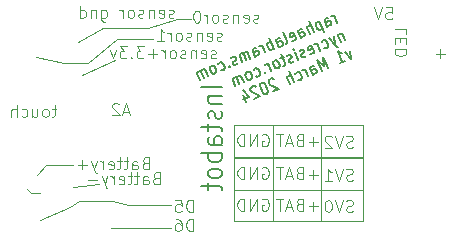
<source format=gbr>
%TF.GenerationSoftware,KiCad,Pcbnew,8.0.0*%
%TF.CreationDate,2024-03-06T11:50:55-05:00*%
%TF.ProjectId,sensobot,73656e73-6f62-46f7-942e-6b696361645f,rev?*%
%TF.SameCoordinates,Original*%
%TF.FileFunction,Legend,Bot*%
%TF.FilePolarity,Positive*%
%FSLAX46Y46*%
G04 Gerber Fmt 4.6, Leading zero omitted, Abs format (unit mm)*
G04 Created by KiCad (PCBNEW 8.0.0) date 2024-03-06 11:50:55*
%MOMM*%
%LPD*%
G01*
G04 APERTURE LIST*
%ADD10C,0.100000*%
%ADD11C,0.203200*%
%ADD12C,0.177800*%
G04 APERTURE END LIST*
D10*
X129975134Y-79067304D02*
X129498944Y-79067304D01*
X130070372Y-79353019D02*
X129737039Y-78353019D01*
X129737039Y-78353019D02*
X129403706Y-79353019D01*
X129117991Y-78448257D02*
X129070372Y-78400638D01*
X129070372Y-78400638D02*
X128975134Y-78353019D01*
X128975134Y-78353019D02*
X128737039Y-78353019D01*
X128737039Y-78353019D02*
X128641801Y-78400638D01*
X128641801Y-78400638D02*
X128594182Y-78448257D01*
X128594182Y-78448257D02*
X128546563Y-78543495D01*
X128546563Y-78543495D02*
X128546563Y-78638733D01*
X128546563Y-78638733D02*
X128594182Y-78781590D01*
X128594182Y-78781590D02*
X129165610Y-79353019D01*
X129165610Y-79353019D02*
X128546563Y-79353019D01*
D11*
X137851840Y-77005341D02*
X136073840Y-77005341D01*
X136666507Y-77731055D02*
X137851840Y-77731055D01*
X136835840Y-77731055D02*
X136751174Y-77803626D01*
X136751174Y-77803626D02*
X136666507Y-77948769D01*
X136666507Y-77948769D02*
X136666507Y-78166483D01*
X136666507Y-78166483D02*
X136751174Y-78311626D01*
X136751174Y-78311626D02*
X136920507Y-78384198D01*
X136920507Y-78384198D02*
X137851840Y-78384198D01*
X137767174Y-79037340D02*
X137851840Y-79182483D01*
X137851840Y-79182483D02*
X137851840Y-79472769D01*
X137851840Y-79472769D02*
X137767174Y-79617912D01*
X137767174Y-79617912D02*
X137597840Y-79690483D01*
X137597840Y-79690483D02*
X137513174Y-79690483D01*
X137513174Y-79690483D02*
X137343840Y-79617912D01*
X137343840Y-79617912D02*
X137259174Y-79472769D01*
X137259174Y-79472769D02*
X137259174Y-79255055D01*
X137259174Y-79255055D02*
X137174507Y-79109912D01*
X137174507Y-79109912D02*
X137005174Y-79037340D01*
X137005174Y-79037340D02*
X136920507Y-79037340D01*
X136920507Y-79037340D02*
X136751174Y-79109912D01*
X136751174Y-79109912D02*
X136666507Y-79255055D01*
X136666507Y-79255055D02*
X136666507Y-79472769D01*
X136666507Y-79472769D02*
X136751174Y-79617912D01*
X136666507Y-80125911D02*
X136666507Y-80706483D01*
X136073840Y-80343626D02*
X137597840Y-80343626D01*
X137597840Y-80343626D02*
X137767174Y-80416197D01*
X137767174Y-80416197D02*
X137851840Y-80561340D01*
X137851840Y-80561340D02*
X137851840Y-80706483D01*
X137851840Y-81867626D02*
X136920507Y-81867626D01*
X136920507Y-81867626D02*
X136751174Y-81795054D01*
X136751174Y-81795054D02*
X136666507Y-81649911D01*
X136666507Y-81649911D02*
X136666507Y-81359626D01*
X136666507Y-81359626D02*
X136751174Y-81214483D01*
X137767174Y-81867626D02*
X137851840Y-81722483D01*
X137851840Y-81722483D02*
X137851840Y-81359626D01*
X137851840Y-81359626D02*
X137767174Y-81214483D01*
X137767174Y-81214483D02*
X137597840Y-81141911D01*
X137597840Y-81141911D02*
X137428507Y-81141911D01*
X137428507Y-81141911D02*
X137259174Y-81214483D01*
X137259174Y-81214483D02*
X137174507Y-81359626D01*
X137174507Y-81359626D02*
X137174507Y-81722483D01*
X137174507Y-81722483D02*
X137089840Y-81867626D01*
X137851840Y-82593340D02*
X136073840Y-82593340D01*
X136751174Y-82593340D02*
X136666507Y-82738483D01*
X136666507Y-82738483D02*
X136666507Y-83028768D01*
X136666507Y-83028768D02*
X136751174Y-83173911D01*
X136751174Y-83173911D02*
X136835840Y-83246483D01*
X136835840Y-83246483D02*
X137005174Y-83319054D01*
X137005174Y-83319054D02*
X137513174Y-83319054D01*
X137513174Y-83319054D02*
X137682507Y-83246483D01*
X137682507Y-83246483D02*
X137767174Y-83173911D01*
X137767174Y-83173911D02*
X137851840Y-83028768D01*
X137851840Y-83028768D02*
X137851840Y-82738483D01*
X137851840Y-82738483D02*
X137767174Y-82593340D01*
X137851840Y-84189911D02*
X137767174Y-84044768D01*
X137767174Y-84044768D02*
X137682507Y-83972197D01*
X137682507Y-83972197D02*
X137513174Y-83899625D01*
X137513174Y-83899625D02*
X137005174Y-83899625D01*
X137005174Y-83899625D02*
X136835840Y-83972197D01*
X136835840Y-83972197D02*
X136751174Y-84044768D01*
X136751174Y-84044768D02*
X136666507Y-84189911D01*
X136666507Y-84189911D02*
X136666507Y-84407625D01*
X136666507Y-84407625D02*
X136751174Y-84552768D01*
X136751174Y-84552768D02*
X136835840Y-84625340D01*
X136835840Y-84625340D02*
X137005174Y-84697911D01*
X137005174Y-84697911D02*
X137513174Y-84697911D01*
X137513174Y-84697911D02*
X137682507Y-84625340D01*
X137682507Y-84625340D02*
X137767174Y-84552768D01*
X137767174Y-84552768D02*
X137851840Y-84407625D01*
X137851840Y-84407625D02*
X137851840Y-84189911D01*
X136666507Y-85133339D02*
X136666507Y-85713911D01*
X136073840Y-85351054D02*
X137597840Y-85351054D01*
X137597840Y-85351054D02*
X137767174Y-85423625D01*
X137767174Y-85423625D02*
X137851840Y-85568768D01*
X137851840Y-85568768D02*
X137851840Y-85713911D01*
D12*
X147598542Y-71532963D02*
X147339338Y-70907189D01*
X147413396Y-71085981D02*
X147337256Y-71012785D01*
X147337256Y-71012785D02*
X147279631Y-70984287D01*
X147279631Y-70984287D02*
X147182894Y-70971990D01*
X147182894Y-70971990D02*
X147104673Y-71004390D01*
X146738103Y-71889369D02*
X146534442Y-71397689D01*
X146534442Y-71397689D02*
X146536524Y-71292092D01*
X146536524Y-71292092D02*
X146596231Y-71214993D01*
X146596231Y-71214993D02*
X146752675Y-71150192D01*
X146752675Y-71150192D02*
X146849411Y-71162490D01*
X146719588Y-71844671D02*
X146816325Y-71856968D01*
X146816325Y-71856968D02*
X147011879Y-71775967D01*
X147011879Y-71775967D02*
X147071586Y-71698868D01*
X147071586Y-71698868D02*
X147073668Y-71593272D01*
X147073668Y-71593272D02*
X147036639Y-71503875D01*
X147036639Y-71503875D02*
X146960499Y-71430679D01*
X146960499Y-71430679D02*
X146863762Y-71418381D01*
X146863762Y-71418381D02*
X146668208Y-71499383D01*
X146668208Y-71499383D02*
X146571471Y-71487085D01*
X146087790Y-71425597D02*
X146476596Y-72364258D01*
X146106304Y-71470295D02*
X146009568Y-71457997D01*
X146009568Y-71457997D02*
X145853124Y-71522798D01*
X145853124Y-71522798D02*
X145793417Y-71599897D01*
X145793417Y-71599897D02*
X145772821Y-71660796D01*
X145772821Y-71660796D02*
X145770739Y-71766392D01*
X145770739Y-71766392D02*
X145881827Y-72034581D01*
X145881827Y-72034581D02*
X145957967Y-72107777D01*
X145957967Y-72107777D02*
X146015592Y-72136275D01*
X146015592Y-72136275D02*
X146112329Y-72148573D01*
X146112329Y-72148573D02*
X146268772Y-72083772D01*
X146268772Y-72083772D02*
X146328479Y-72006673D01*
X145603887Y-72359176D02*
X145215081Y-71420515D01*
X145251889Y-72504978D02*
X145048229Y-72013299D01*
X145048229Y-72013299D02*
X145050310Y-71907702D01*
X145050310Y-71907702D02*
X145110018Y-71830603D01*
X145110018Y-71830603D02*
X145227350Y-71782003D01*
X145227350Y-71782003D02*
X145324087Y-71794300D01*
X145324087Y-71794300D02*
X145381712Y-71822798D01*
X144508782Y-72812783D02*
X144305122Y-72321104D01*
X144305122Y-72321104D02*
X144307204Y-72215507D01*
X144307204Y-72215507D02*
X144366911Y-72138408D01*
X144366911Y-72138408D02*
X144523354Y-72073607D01*
X144523354Y-72073607D02*
X144620091Y-72085905D01*
X144490268Y-72768085D02*
X144587004Y-72780383D01*
X144587004Y-72780383D02*
X144782559Y-72699382D01*
X144782559Y-72699382D02*
X144842266Y-72622283D01*
X144842266Y-72622283D02*
X144844348Y-72516686D01*
X144844348Y-72516686D02*
X144807318Y-72427290D01*
X144807318Y-72427290D02*
X144731178Y-72354094D01*
X144731178Y-72354094D02*
X144634442Y-72341796D01*
X144634442Y-72341796D02*
X144438887Y-72422798D01*
X144438887Y-72422798D02*
X144342151Y-72410500D01*
X143786272Y-73059690D02*
X143883008Y-73071988D01*
X143883008Y-73071988D02*
X144039452Y-73007186D01*
X144039452Y-73007186D02*
X144099159Y-72930088D01*
X144099159Y-72930088D02*
X144101241Y-72824491D01*
X144101241Y-72824491D02*
X143953124Y-72466906D01*
X143953124Y-72466906D02*
X143876984Y-72393710D01*
X143876984Y-72393710D02*
X143780248Y-72381412D01*
X143780248Y-72381412D02*
X143623804Y-72446213D01*
X143623804Y-72446213D02*
X143564097Y-72523312D01*
X143564097Y-72523312D02*
X143562015Y-72628908D01*
X143562015Y-72628908D02*
X143599044Y-72718305D01*
X143599044Y-72718305D02*
X144027182Y-72645698D01*
X143296345Y-73314992D02*
X143356052Y-73237893D01*
X143356052Y-73237893D02*
X143358134Y-73132296D01*
X143358134Y-73132296D02*
X143024871Y-72327729D01*
X142631459Y-73590396D02*
X142427799Y-73098716D01*
X142427799Y-73098716D02*
X142429880Y-72993120D01*
X142429880Y-72993120D02*
X142489588Y-72916021D01*
X142489588Y-72916021D02*
X142646031Y-72851220D01*
X142646031Y-72851220D02*
X142742768Y-72863518D01*
X142612945Y-73545698D02*
X142709681Y-73557996D01*
X142709681Y-73557996D02*
X142905235Y-73476994D01*
X142905235Y-73476994D02*
X142964943Y-73399896D01*
X142964943Y-73399896D02*
X142967024Y-73294299D01*
X142967024Y-73294299D02*
X142929995Y-73204903D01*
X142929995Y-73204903D02*
X142853855Y-73131707D01*
X142853855Y-73131707D02*
X142757119Y-73119409D01*
X142757119Y-73119409D02*
X142561564Y-73200410D01*
X142561564Y-73200410D02*
X142464828Y-73188113D01*
X142240350Y-73752399D02*
X141851544Y-72813737D01*
X141999661Y-73171322D02*
X141902924Y-73159025D01*
X141902924Y-73159025D02*
X141746481Y-73223826D01*
X141746481Y-73223826D02*
X141686774Y-73300925D01*
X141686774Y-73300925D02*
X141666177Y-73361823D01*
X141666177Y-73361823D02*
X141664096Y-73467420D01*
X141664096Y-73467420D02*
X141775183Y-73735609D01*
X141775183Y-73735609D02*
X141851323Y-73808805D01*
X141851323Y-73808805D02*
X141908949Y-73837303D01*
X141908949Y-73837303D02*
X142005685Y-73849600D01*
X142005685Y-73849600D02*
X142162129Y-73784799D01*
X142162129Y-73784799D02*
X142221836Y-73707701D01*
X141497244Y-74060204D02*
X141238039Y-73434429D01*
X141312098Y-73613222D02*
X141235958Y-73540026D01*
X141235958Y-73540026D02*
X141178332Y-73511528D01*
X141178332Y-73511528D02*
X141081596Y-73499230D01*
X141081596Y-73499230D02*
X141003374Y-73531631D01*
X140636804Y-74416609D02*
X140433144Y-73924929D01*
X140433144Y-73924929D02*
X140435225Y-73819333D01*
X140435225Y-73819333D02*
X140494933Y-73742234D01*
X140494933Y-73742234D02*
X140651376Y-73677433D01*
X140651376Y-73677433D02*
X140748113Y-73689731D01*
X140618290Y-74371911D02*
X140715026Y-74384209D01*
X140715026Y-74384209D02*
X140910580Y-74303207D01*
X140910580Y-74303207D02*
X140970288Y-74226109D01*
X140970288Y-74226109D02*
X140972369Y-74120512D01*
X140972369Y-74120512D02*
X140935340Y-74031116D01*
X140935340Y-74031116D02*
X140859200Y-73957920D01*
X140859200Y-73957920D02*
X140762464Y-73945622D01*
X140762464Y-73945622D02*
X140566909Y-74026623D01*
X140566909Y-74026623D02*
X140470173Y-74014326D01*
X140245695Y-74578612D02*
X139986491Y-73952837D01*
X140023520Y-74042234D02*
X139965895Y-74013736D01*
X139965895Y-74013736D02*
X139869159Y-74001438D01*
X139869159Y-74001438D02*
X139751826Y-74050039D01*
X139751826Y-74050039D02*
X139692119Y-74127138D01*
X139692119Y-74127138D02*
X139690037Y-74232734D01*
X139690037Y-74232734D02*
X139893697Y-74724414D01*
X139690037Y-74232734D02*
X139613897Y-74159538D01*
X139613897Y-74159538D02*
X139517160Y-74147241D01*
X139517160Y-74147241D02*
X139399828Y-74195841D01*
X139399828Y-74195841D02*
X139340121Y-74272940D01*
X139340121Y-74272940D02*
X139338039Y-74378537D01*
X139338039Y-74378537D02*
X139541699Y-74870217D01*
X139171187Y-74971321D02*
X139111480Y-75048419D01*
X139111480Y-75048419D02*
X138955036Y-75113220D01*
X138955036Y-75113220D02*
X138858300Y-75100923D01*
X138858300Y-75100923D02*
X138782160Y-75027727D01*
X138782160Y-75027727D02*
X138763645Y-74983029D01*
X138763645Y-74983029D02*
X138765727Y-74877432D01*
X138765727Y-74877432D02*
X138825434Y-74800333D01*
X138825434Y-74800333D02*
X138942767Y-74751732D01*
X138942767Y-74751732D02*
X139002474Y-74674634D01*
X139002474Y-74674634D02*
X139004556Y-74569037D01*
X139004556Y-74569037D02*
X138986041Y-74524339D01*
X138986041Y-74524339D02*
X138909901Y-74451143D01*
X138909901Y-74451143D02*
X138813165Y-74438845D01*
X138813165Y-74438845D02*
X138695832Y-74487446D01*
X138695832Y-74487446D02*
X138636125Y-74564545D01*
X138448676Y-75218227D02*
X138428079Y-75279126D01*
X138428079Y-75279126D02*
X138485705Y-75307624D01*
X138485705Y-75307624D02*
X138506301Y-75246725D01*
X138506301Y-75246725D02*
X138448676Y-75218227D01*
X138448676Y-75218227D02*
X138485705Y-75307624D01*
X137724084Y-75570731D02*
X137820820Y-75583028D01*
X137820820Y-75583028D02*
X137977264Y-75518227D01*
X137977264Y-75518227D02*
X138036971Y-75441128D01*
X138036971Y-75441128D02*
X138057567Y-75380230D01*
X138057567Y-75380230D02*
X138059649Y-75274633D01*
X138059649Y-75274633D02*
X137948561Y-75006444D01*
X137948561Y-75006444D02*
X137872421Y-74933248D01*
X137872421Y-74933248D02*
X137814796Y-74904750D01*
X137814796Y-74904750D02*
X137718059Y-74892453D01*
X137718059Y-74892453D02*
X137561616Y-74957254D01*
X137561616Y-74957254D02*
X137501909Y-75034352D01*
X137273267Y-75809832D02*
X137332975Y-75732733D01*
X137332975Y-75732733D02*
X137353571Y-75671835D01*
X137353571Y-75671835D02*
X137355653Y-75566238D01*
X137355653Y-75566238D02*
X137244565Y-75298049D01*
X137244565Y-75298049D02*
X137168425Y-75224853D01*
X137168425Y-75224853D02*
X137110800Y-75196355D01*
X137110800Y-75196355D02*
X137014063Y-75184057D01*
X137014063Y-75184057D02*
X136896730Y-75232658D01*
X136896730Y-75232658D02*
X136837023Y-75309757D01*
X136837023Y-75309757D02*
X136816427Y-75370655D01*
X136816427Y-75370655D02*
X136814345Y-75476252D01*
X136814345Y-75476252D02*
X136925433Y-75744441D01*
X136925433Y-75744441D02*
X137001573Y-75817637D01*
X137001573Y-75817637D02*
X137059198Y-75846135D01*
X137059198Y-75846135D02*
X137155935Y-75858433D01*
X137155935Y-75858433D02*
X137273267Y-75809832D01*
X136647493Y-76069036D02*
X136388289Y-75443262D01*
X136425318Y-75532658D02*
X136367693Y-75504160D01*
X136367693Y-75504160D02*
X136270956Y-75491862D01*
X136270956Y-75491862D02*
X136153624Y-75540463D01*
X136153624Y-75540463D02*
X136093916Y-75617562D01*
X136093916Y-75617562D02*
X136091835Y-75723158D01*
X136091835Y-75723158D02*
X136295495Y-76214838D01*
X136091835Y-75723158D02*
X136015695Y-75649962D01*
X136015695Y-75649962D02*
X135918958Y-75637665D01*
X135918958Y-75637665D02*
X135801626Y-75686266D01*
X135801626Y-75686266D02*
X135741918Y-75763364D01*
X135741918Y-75763364D02*
X135739837Y-75868961D01*
X135739837Y-75868961D02*
X135943497Y-76360641D01*
X147965294Y-72418382D02*
X148224498Y-73044156D01*
X148002323Y-72507778D02*
X147944698Y-72479280D01*
X147944698Y-72479280D02*
X147847961Y-72466982D01*
X147847961Y-72466982D02*
X147730629Y-72515583D01*
X147730629Y-72515583D02*
X147670921Y-72592682D01*
X147670921Y-72592682D02*
X147668840Y-72698278D01*
X147668840Y-72698278D02*
X147872500Y-73189958D01*
X147300409Y-72693786D02*
X147364059Y-73400562D01*
X146909300Y-72855789D02*
X147364059Y-73400562D01*
X147364059Y-73400562D02*
X147534854Y-73591652D01*
X147534854Y-73591652D02*
X147592479Y-73620150D01*
X147592479Y-73620150D02*
X147689215Y-73632448D01*
X146485105Y-73712269D02*
X146581841Y-73724567D01*
X146581841Y-73724567D02*
X146738285Y-73659766D01*
X146738285Y-73659766D02*
X146797992Y-73582667D01*
X146797992Y-73582667D02*
X146818588Y-73521769D01*
X146818588Y-73521769D02*
X146820670Y-73416172D01*
X146820670Y-73416172D02*
X146709582Y-73147983D01*
X146709582Y-73147983D02*
X146633442Y-73074787D01*
X146633442Y-73074787D02*
X146575817Y-73046289D01*
X146575817Y-73046289D02*
X146479080Y-73033991D01*
X146479080Y-73033991D02*
X146322637Y-73098792D01*
X146322637Y-73098792D02*
X146262930Y-73175891D01*
X146151621Y-73902770D02*
X145892417Y-73276995D01*
X145966475Y-73455788D02*
X145890335Y-73382592D01*
X145890335Y-73382592D02*
X145832710Y-73354094D01*
X145832710Y-73354094D02*
X145735973Y-73341796D01*
X145735973Y-73341796D02*
X145657752Y-73374197D01*
X145311778Y-74198277D02*
X145408514Y-74210575D01*
X145408514Y-74210575D02*
X145564958Y-74145774D01*
X145564958Y-74145774D02*
X145624665Y-74068675D01*
X145624665Y-74068675D02*
X145626747Y-73963078D01*
X145626747Y-73963078D02*
X145478630Y-73605493D01*
X145478630Y-73605493D02*
X145402490Y-73532297D01*
X145402490Y-73532297D02*
X145305754Y-73519999D01*
X145305754Y-73519999D02*
X145149310Y-73584800D01*
X145149310Y-73584800D02*
X145089603Y-73661899D01*
X145089603Y-73661899D02*
X145087521Y-73767496D01*
X145087521Y-73767496D02*
X145124550Y-73856892D01*
X145124550Y-73856892D02*
X145552689Y-73784286D01*
X144959780Y-74344079D02*
X144900073Y-74421178D01*
X144900073Y-74421178D02*
X144743629Y-74485979D01*
X144743629Y-74485979D02*
X144646893Y-74473682D01*
X144646893Y-74473682D02*
X144570753Y-74400485D01*
X144570753Y-74400485D02*
X144552238Y-74355787D01*
X144552238Y-74355787D02*
X144554320Y-74250191D01*
X144554320Y-74250191D02*
X144614027Y-74173092D01*
X144614027Y-74173092D02*
X144731360Y-74124491D01*
X144731360Y-74124491D02*
X144791067Y-74047392D01*
X144791067Y-74047392D02*
X144793149Y-73941796D01*
X144793149Y-73941796D02*
X144774634Y-73897098D01*
X144774634Y-73897098D02*
X144698494Y-73823902D01*
X144698494Y-73823902D02*
X144601758Y-73811604D01*
X144601758Y-73811604D02*
X144484425Y-73860205D01*
X144484425Y-73860205D02*
X144424718Y-73937303D01*
X144274298Y-74680383D02*
X144015094Y-74054608D01*
X143885492Y-73741721D02*
X143943117Y-73770219D01*
X143943117Y-73770219D02*
X143922521Y-73831117D01*
X143922521Y-73831117D02*
X143864895Y-73802619D01*
X143864895Y-73802619D02*
X143885492Y-73741721D01*
X143885492Y-73741721D02*
X143922521Y-73831117D01*
X143903786Y-74781487D02*
X143844078Y-74858585D01*
X143844078Y-74858585D02*
X143687635Y-74923386D01*
X143687635Y-74923386D02*
X143590898Y-74911089D01*
X143590898Y-74911089D02*
X143514758Y-74837893D01*
X143514758Y-74837893D02*
X143496244Y-74793194D01*
X143496244Y-74793194D02*
X143498325Y-74687598D01*
X143498325Y-74687598D02*
X143558033Y-74610499D01*
X143558033Y-74610499D02*
X143675365Y-74561898D01*
X143675365Y-74561898D02*
X143735073Y-74484800D01*
X143735073Y-74484800D02*
X143737154Y-74379203D01*
X143737154Y-74379203D02*
X143718640Y-74334505D01*
X143718640Y-74334505D02*
X143642500Y-74261309D01*
X143642500Y-74261309D02*
X143545763Y-74249011D01*
X143545763Y-74249011D02*
X143428431Y-74297612D01*
X143428431Y-74297612D02*
X143368723Y-74374711D01*
X143076432Y-74443414D02*
X142763545Y-74573017D01*
X142829497Y-74179128D02*
X143162760Y-74983695D01*
X143162760Y-74983695D02*
X143160678Y-75089292D01*
X143160678Y-75089292D02*
X143100971Y-75166390D01*
X143100971Y-75166390D02*
X143022749Y-75198791D01*
X142631640Y-75360794D02*
X142691347Y-75283695D01*
X142691347Y-75283695D02*
X142711944Y-75222797D01*
X142711944Y-75222797D02*
X142714025Y-75117200D01*
X142714025Y-75117200D02*
X142602938Y-74849011D01*
X142602938Y-74849011D02*
X142526798Y-74775815D01*
X142526798Y-74775815D02*
X142469172Y-74747317D01*
X142469172Y-74747317D02*
X142372436Y-74735019D01*
X142372436Y-74735019D02*
X142255103Y-74783620D01*
X142255103Y-74783620D02*
X142195396Y-74860719D01*
X142195396Y-74860719D02*
X142174800Y-74921617D01*
X142174800Y-74921617D02*
X142172718Y-75027214D01*
X142172718Y-75027214D02*
X142283805Y-75295403D01*
X142283805Y-75295403D02*
X142359946Y-75368599D01*
X142359946Y-75368599D02*
X142417571Y-75397097D01*
X142417571Y-75397097D02*
X142514307Y-75409394D01*
X142514307Y-75409394D02*
X142631640Y-75360794D01*
X142005866Y-75619998D02*
X141746662Y-74994223D01*
X141820720Y-75173016D02*
X141744580Y-75099820D01*
X141744580Y-75099820D02*
X141686955Y-75071322D01*
X141686955Y-75071322D02*
X141590218Y-75059024D01*
X141590218Y-75059024D02*
X141511996Y-75091425D01*
X141460395Y-75741205D02*
X141439799Y-75802103D01*
X141439799Y-75802103D02*
X141497425Y-75830601D01*
X141497425Y-75830601D02*
X141518021Y-75769703D01*
X141518021Y-75769703D02*
X141460395Y-75741205D01*
X141460395Y-75741205D02*
X141497425Y-75830601D01*
X140735803Y-76093708D02*
X140832540Y-76106005D01*
X140832540Y-76106005D02*
X140988983Y-76041204D01*
X140988983Y-76041204D02*
X141048690Y-75964106D01*
X141048690Y-75964106D02*
X141069287Y-75903207D01*
X141069287Y-75903207D02*
X141071369Y-75797611D01*
X141071369Y-75797611D02*
X140960281Y-75529422D01*
X140960281Y-75529422D02*
X140884141Y-75456226D01*
X140884141Y-75456226D02*
X140826515Y-75427728D01*
X140826515Y-75427728D02*
X140729779Y-75415430D01*
X140729779Y-75415430D02*
X140573335Y-75480231D01*
X140573335Y-75480231D02*
X140513628Y-75557330D01*
X140284987Y-76332809D02*
X140344694Y-76255710D01*
X140344694Y-76255710D02*
X140365291Y-76194812D01*
X140365291Y-76194812D02*
X140367372Y-76089215D01*
X140367372Y-76089215D02*
X140256285Y-75821026D01*
X140256285Y-75821026D02*
X140180145Y-75747830D01*
X140180145Y-75747830D02*
X140122519Y-75719332D01*
X140122519Y-75719332D02*
X140025783Y-75707035D01*
X140025783Y-75707035D02*
X139908450Y-75755636D01*
X139908450Y-75755636D02*
X139848743Y-75832734D01*
X139848743Y-75832734D02*
X139828147Y-75893633D01*
X139828147Y-75893633D02*
X139826065Y-75999229D01*
X139826065Y-75999229D02*
X139937152Y-76267418D01*
X139937152Y-76267418D02*
X140013292Y-76340614D01*
X140013292Y-76340614D02*
X140070918Y-76369112D01*
X140070918Y-76369112D02*
X140167654Y-76381410D01*
X140167654Y-76381410D02*
X140284987Y-76332809D01*
X139659213Y-76592013D02*
X139400009Y-75966239D01*
X139437038Y-76055635D02*
X139379412Y-76027137D01*
X139379412Y-76027137D02*
X139282676Y-76014840D01*
X139282676Y-76014840D02*
X139165343Y-76063440D01*
X139165343Y-76063440D02*
X139105636Y-76140539D01*
X139105636Y-76140539D02*
X139103554Y-76246136D01*
X139103554Y-76246136D02*
X139307215Y-76737816D01*
X139103554Y-76246136D02*
X139027414Y-76172940D01*
X139027414Y-76172940D02*
X138930678Y-76160642D01*
X138930678Y-76160642D02*
X138813345Y-76209243D01*
X138813345Y-76209243D02*
X138753638Y-76286342D01*
X138753638Y-76286342D02*
X138751556Y-76391938D01*
X138751556Y-76391938D02*
X138955217Y-76883618D01*
X148669472Y-73897174D02*
X148733122Y-74603950D01*
X148733122Y-74603950D02*
X148278363Y-74059177D01*
X147794460Y-74992756D02*
X148263791Y-74798353D01*
X148029126Y-74895554D02*
X147640319Y-73956893D01*
X147640319Y-73956893D02*
X147774085Y-74058587D01*
X147774085Y-74058587D02*
X147889336Y-74115583D01*
X147889336Y-74115583D02*
X147986072Y-74127880D01*
X146816688Y-75397763D02*
X146427881Y-74459101D01*
X146427881Y-74459101D02*
X146431824Y-75242975D01*
X146431824Y-75242975D02*
X145880329Y-74685905D01*
X145880329Y-74685905D02*
X146269135Y-75624566D01*
X145526028Y-75932371D02*
X145322368Y-75440691D01*
X145322368Y-75440691D02*
X145324449Y-75335095D01*
X145324449Y-75335095D02*
X145384156Y-75257996D01*
X145384156Y-75257996D02*
X145540600Y-75193195D01*
X145540600Y-75193195D02*
X145637336Y-75205493D01*
X145507513Y-75887673D02*
X145604250Y-75899971D01*
X145604250Y-75899971D02*
X145799804Y-75818970D01*
X145799804Y-75818970D02*
X145859512Y-75741871D01*
X145859512Y-75741871D02*
X145861593Y-75636274D01*
X145861593Y-75636274D02*
X145824564Y-75546878D01*
X145824564Y-75546878D02*
X145748424Y-75473682D01*
X145748424Y-75473682D02*
X145651688Y-75461384D01*
X145651688Y-75461384D02*
X145456133Y-75542385D01*
X145456133Y-75542385D02*
X145359397Y-75530088D01*
X145134919Y-76094374D02*
X144875715Y-75468600D01*
X144949773Y-75647392D02*
X144873633Y-75574196D01*
X144873633Y-75574196D02*
X144816008Y-75545698D01*
X144816008Y-75545698D02*
X144719272Y-75533401D01*
X144719272Y-75533401D02*
X144641050Y-75565801D01*
X144255965Y-76406081D02*
X144352702Y-76418379D01*
X144352702Y-76418379D02*
X144509145Y-76353578D01*
X144509145Y-76353578D02*
X144568852Y-76276479D01*
X144568852Y-76276479D02*
X144589449Y-76215581D01*
X144589449Y-76215581D02*
X144591530Y-76109984D01*
X144591530Y-76109984D02*
X144480443Y-75841795D01*
X144480443Y-75841795D02*
X144404303Y-75768599D01*
X144404303Y-75768599D02*
X144346677Y-75740101D01*
X144346677Y-75740101D02*
X144249941Y-75727804D01*
X144249941Y-75727804D02*
X144093497Y-75792605D01*
X144093497Y-75792605D02*
X144033790Y-75869703D01*
X143922482Y-76596582D02*
X143533675Y-75657920D01*
X143570484Y-76742384D02*
X143366823Y-76250705D01*
X143366823Y-76250705D02*
X143368905Y-76145108D01*
X143368905Y-76145108D02*
X143428612Y-76068009D01*
X143428612Y-76068009D02*
X143545945Y-76019408D01*
X143545945Y-76019408D02*
X143642681Y-76031706D01*
X143642681Y-76031706D02*
X143700307Y-76060204D01*
X142240935Y-76298126D02*
X142183309Y-76269628D01*
X142183309Y-76269628D02*
X142086573Y-76257330D01*
X142086573Y-76257330D02*
X141891018Y-76338331D01*
X141891018Y-76338331D02*
X141831311Y-76415430D01*
X141831311Y-76415430D02*
X141810715Y-76476328D01*
X141810715Y-76476328D02*
X141808633Y-76581925D01*
X141808633Y-76581925D02*
X141845662Y-76671321D01*
X141845662Y-76671321D02*
X141940317Y-76789216D01*
X141940317Y-76789216D02*
X142631823Y-77131191D01*
X142631823Y-77131191D02*
X142123381Y-77341794D01*
X141226133Y-76613736D02*
X141147911Y-76646136D01*
X141147911Y-76646136D02*
X141088204Y-76723235D01*
X141088204Y-76723235D02*
X141067607Y-76784134D01*
X141067607Y-76784134D02*
X141065526Y-76889730D01*
X141065526Y-76889730D02*
X141100473Y-77084723D01*
X141100473Y-77084723D02*
X141193046Y-77308214D01*
X141193046Y-77308214D02*
X141306215Y-77470806D01*
X141306215Y-77470806D02*
X141382355Y-77544003D01*
X141382355Y-77544003D02*
X141439981Y-77572500D01*
X141439981Y-77572500D02*
X141536717Y-77584798D01*
X141536717Y-77584798D02*
X141614939Y-77552398D01*
X141614939Y-77552398D02*
X141674646Y-77475299D01*
X141674646Y-77475299D02*
X141695242Y-77414400D01*
X141695242Y-77414400D02*
X141697324Y-77308804D01*
X141697324Y-77308804D02*
X141662377Y-77113811D01*
X141662377Y-77113811D02*
X141569804Y-76890320D01*
X141569804Y-76890320D02*
X141456635Y-76727728D01*
X141456635Y-76727728D02*
X141380494Y-76654531D01*
X141380494Y-76654531D02*
X141322869Y-76626034D01*
X141322869Y-76626034D02*
X141226133Y-76613736D01*
X140676498Y-76946136D02*
X140618872Y-76917638D01*
X140618872Y-76917638D02*
X140522136Y-76905341D01*
X140522136Y-76905341D02*
X140326582Y-76986342D01*
X140326582Y-76986342D02*
X140266874Y-77063441D01*
X140266874Y-77063441D02*
X140246278Y-77124339D01*
X140246278Y-77124339D02*
X140244196Y-77229936D01*
X140244196Y-77229936D02*
X140281225Y-77319332D01*
X140281225Y-77319332D02*
X140375880Y-77437227D01*
X140375880Y-77437227D02*
X141067386Y-77779201D01*
X141067386Y-77779201D02*
X140558944Y-77989805D01*
X139595744Y-77655635D02*
X139854948Y-78281410D01*
X139643181Y-77217049D02*
X140116455Y-77806520D01*
X140116455Y-77806520D02*
X139608013Y-78017123D01*
D10*
X134016000Y-71251000D02*
X135209800Y-71200200D01*
X153446419Y-72539074D02*
X153446419Y-72062884D01*
X153446419Y-72062884D02*
X152446419Y-72062884D01*
X152922609Y-72872408D02*
X152922609Y-73205741D01*
X153446419Y-73348598D02*
X153446419Y-72872408D01*
X153446419Y-72872408D02*
X152446419Y-72872408D01*
X152446419Y-72872408D02*
X152446419Y-73348598D01*
X153446419Y-73777170D02*
X152446419Y-73777170D01*
X152446419Y-73777170D02*
X152446419Y-74015265D01*
X152446419Y-74015265D02*
X152494038Y-74158122D01*
X152494038Y-74158122D02*
X152589276Y-74253360D01*
X152589276Y-74253360D02*
X152684514Y-74300979D01*
X152684514Y-74300979D02*
X152874990Y-74348598D01*
X152874990Y-74348598D02*
X153017847Y-74348598D01*
X153017847Y-74348598D02*
X153208323Y-74300979D01*
X153208323Y-74300979D02*
X153303561Y-74253360D01*
X153303561Y-74253360D02*
X153398800Y-74158122D01*
X153398800Y-74158122D02*
X153446419Y-74015265D01*
X153446419Y-74015265D02*
X153446419Y-73777170D01*
X151727125Y-70250419D02*
X152203315Y-70250419D01*
X152203315Y-70250419D02*
X152250934Y-70726609D01*
X152250934Y-70726609D02*
X152203315Y-70678990D01*
X152203315Y-70678990D02*
X152108077Y-70631371D01*
X152108077Y-70631371D02*
X151869982Y-70631371D01*
X151869982Y-70631371D02*
X151774744Y-70678990D01*
X151774744Y-70678990D02*
X151727125Y-70726609D01*
X151727125Y-70726609D02*
X151679506Y-70821847D01*
X151679506Y-70821847D02*
X151679506Y-71059942D01*
X151679506Y-71059942D02*
X151727125Y-71155180D01*
X151727125Y-71155180D02*
X151774744Y-71202800D01*
X151774744Y-71202800D02*
X151869982Y-71250419D01*
X151869982Y-71250419D02*
X152108077Y-71250419D01*
X152108077Y-71250419D02*
X152203315Y-71202800D01*
X152203315Y-71202800D02*
X152250934Y-71155180D01*
X151393791Y-70250419D02*
X151060458Y-71250419D01*
X151060458Y-71250419D02*
X150727125Y-70250419D01*
X156699115Y-74171466D02*
X155937211Y-74171466D01*
X156318163Y-74552419D02*
X156318163Y-73790514D01*
X124999000Y-87126000D02*
X122459000Y-88269000D01*
X127412000Y-85221000D02*
X125253000Y-85475000D01*
X122967000Y-83570000D02*
X122205000Y-84459000D01*
X125253000Y-83570000D02*
X122967000Y-83570000D01*
X145956115Y-81607966D02*
X145194211Y-81607966D01*
X145575163Y-81988919D02*
X145575163Y-81227014D01*
X144384687Y-81465109D02*
X144241830Y-81512728D01*
X144241830Y-81512728D02*
X144194211Y-81560347D01*
X144194211Y-81560347D02*
X144146592Y-81655585D01*
X144146592Y-81655585D02*
X144146592Y-81798442D01*
X144146592Y-81798442D02*
X144194211Y-81893680D01*
X144194211Y-81893680D02*
X144241830Y-81941300D01*
X144241830Y-81941300D02*
X144337068Y-81988919D01*
X144337068Y-81988919D02*
X144718020Y-81988919D01*
X144718020Y-81988919D02*
X144718020Y-80988919D01*
X144718020Y-80988919D02*
X144384687Y-80988919D01*
X144384687Y-80988919D02*
X144289449Y-81036538D01*
X144289449Y-81036538D02*
X144241830Y-81084157D01*
X144241830Y-81084157D02*
X144194211Y-81179395D01*
X144194211Y-81179395D02*
X144194211Y-81274633D01*
X144194211Y-81274633D02*
X144241830Y-81369871D01*
X144241830Y-81369871D02*
X144289449Y-81417490D01*
X144289449Y-81417490D02*
X144384687Y-81465109D01*
X144384687Y-81465109D02*
X144718020Y-81465109D01*
X143765639Y-81703204D02*
X143289449Y-81703204D01*
X143860877Y-81988919D02*
X143527544Y-80988919D01*
X143527544Y-80988919D02*
X143194211Y-81988919D01*
X143003734Y-80988919D02*
X142432306Y-80988919D01*
X142718020Y-81988919D02*
X142718020Y-80988919D01*
X149816000Y-82878500D02*
X149816000Y-80211500D01*
X148924734Y-82068300D02*
X148781877Y-82115919D01*
X148781877Y-82115919D02*
X148543782Y-82115919D01*
X148543782Y-82115919D02*
X148448544Y-82068300D01*
X148448544Y-82068300D02*
X148400925Y-82020680D01*
X148400925Y-82020680D02*
X148353306Y-81925442D01*
X148353306Y-81925442D02*
X148353306Y-81830204D01*
X148353306Y-81830204D02*
X148400925Y-81734966D01*
X148400925Y-81734966D02*
X148448544Y-81687347D01*
X148448544Y-81687347D02*
X148543782Y-81639728D01*
X148543782Y-81639728D02*
X148734258Y-81592109D01*
X148734258Y-81592109D02*
X148829496Y-81544490D01*
X148829496Y-81544490D02*
X148877115Y-81496871D01*
X148877115Y-81496871D02*
X148924734Y-81401633D01*
X148924734Y-81401633D02*
X148924734Y-81306395D01*
X148924734Y-81306395D02*
X148877115Y-81211157D01*
X148877115Y-81211157D02*
X148829496Y-81163538D01*
X148829496Y-81163538D02*
X148734258Y-81115919D01*
X148734258Y-81115919D02*
X148496163Y-81115919D01*
X148496163Y-81115919D02*
X148353306Y-81163538D01*
X148067591Y-81115919D02*
X147734258Y-82115919D01*
X147734258Y-82115919D02*
X147400925Y-81115919D01*
X147115210Y-81211157D02*
X147067591Y-81163538D01*
X147067591Y-81163538D02*
X146972353Y-81115919D01*
X146972353Y-81115919D02*
X146734258Y-81115919D01*
X146734258Y-81115919D02*
X146639020Y-81163538D01*
X146639020Y-81163538D02*
X146591401Y-81211157D01*
X146591401Y-81211157D02*
X146543782Y-81306395D01*
X146543782Y-81306395D02*
X146543782Y-81401633D01*
X146543782Y-81401633D02*
X146591401Y-81544490D01*
X146591401Y-81544490D02*
X147162829Y-82115919D01*
X147162829Y-82115919D02*
X146543782Y-82115919D01*
X138894000Y-80211500D02*
X138894000Y-82878500D01*
X138894000Y-82878500D02*
X149816000Y-82878500D01*
X141241306Y-81036538D02*
X141336544Y-80988919D01*
X141336544Y-80988919D02*
X141479401Y-80988919D01*
X141479401Y-80988919D02*
X141622258Y-81036538D01*
X141622258Y-81036538D02*
X141717496Y-81131776D01*
X141717496Y-81131776D02*
X141765115Y-81227014D01*
X141765115Y-81227014D02*
X141812734Y-81417490D01*
X141812734Y-81417490D02*
X141812734Y-81560347D01*
X141812734Y-81560347D02*
X141765115Y-81750823D01*
X141765115Y-81750823D02*
X141717496Y-81846061D01*
X141717496Y-81846061D02*
X141622258Y-81941300D01*
X141622258Y-81941300D02*
X141479401Y-81988919D01*
X141479401Y-81988919D02*
X141384163Y-81988919D01*
X141384163Y-81988919D02*
X141241306Y-81941300D01*
X141241306Y-81941300D02*
X141193687Y-81893680D01*
X141193687Y-81893680D02*
X141193687Y-81560347D01*
X141193687Y-81560347D02*
X141384163Y-81560347D01*
X140765115Y-81988919D02*
X140765115Y-80988919D01*
X140765115Y-80988919D02*
X140193687Y-81988919D01*
X140193687Y-81988919D02*
X140193687Y-80988919D01*
X139717496Y-81988919D02*
X139717496Y-80988919D01*
X139717496Y-80988919D02*
X139479401Y-80988919D01*
X139479401Y-80988919D02*
X139336544Y-81036538D01*
X139336544Y-81036538D02*
X139241306Y-81131776D01*
X139241306Y-81131776D02*
X139193687Y-81227014D01*
X139193687Y-81227014D02*
X139146068Y-81417490D01*
X139146068Y-81417490D02*
X139146068Y-81560347D01*
X139146068Y-81560347D02*
X139193687Y-81750823D01*
X139193687Y-81750823D02*
X139241306Y-81846061D01*
X139241306Y-81846061D02*
X139336544Y-81941300D01*
X139336544Y-81941300D02*
X139479401Y-81988919D01*
X139479401Y-81988919D02*
X139717496Y-81988919D01*
X142196000Y-80211500D02*
X142196000Y-82878500D01*
X149816000Y-80211500D02*
X138894000Y-80211500D01*
X146260000Y-80211500D02*
X146260000Y-82878500D01*
X145956115Y-84398466D02*
X145194211Y-84398466D01*
X145575163Y-84779419D02*
X145575163Y-84017514D01*
X144384687Y-84255609D02*
X144241830Y-84303228D01*
X144241830Y-84303228D02*
X144194211Y-84350847D01*
X144194211Y-84350847D02*
X144146592Y-84446085D01*
X144146592Y-84446085D02*
X144146592Y-84588942D01*
X144146592Y-84588942D02*
X144194211Y-84684180D01*
X144194211Y-84684180D02*
X144241830Y-84731800D01*
X144241830Y-84731800D02*
X144337068Y-84779419D01*
X144337068Y-84779419D02*
X144718020Y-84779419D01*
X144718020Y-84779419D02*
X144718020Y-83779419D01*
X144718020Y-83779419D02*
X144384687Y-83779419D01*
X144384687Y-83779419D02*
X144289449Y-83827038D01*
X144289449Y-83827038D02*
X144241830Y-83874657D01*
X144241830Y-83874657D02*
X144194211Y-83969895D01*
X144194211Y-83969895D02*
X144194211Y-84065133D01*
X144194211Y-84065133D02*
X144241830Y-84160371D01*
X144241830Y-84160371D02*
X144289449Y-84207990D01*
X144289449Y-84207990D02*
X144384687Y-84255609D01*
X144384687Y-84255609D02*
X144718020Y-84255609D01*
X143765639Y-84493704D02*
X143289449Y-84493704D01*
X143860877Y-84779419D02*
X143527544Y-83779419D01*
X143527544Y-83779419D02*
X143194211Y-84779419D01*
X143003734Y-83779419D02*
X142432306Y-83779419D01*
X142718020Y-84779419D02*
X142718020Y-83779419D01*
X149816000Y-85669000D02*
X149816000Y-83002000D01*
X148924734Y-84858800D02*
X148781877Y-84906419D01*
X148781877Y-84906419D02*
X148543782Y-84906419D01*
X148543782Y-84906419D02*
X148448544Y-84858800D01*
X148448544Y-84858800D02*
X148400925Y-84811180D01*
X148400925Y-84811180D02*
X148353306Y-84715942D01*
X148353306Y-84715942D02*
X148353306Y-84620704D01*
X148353306Y-84620704D02*
X148400925Y-84525466D01*
X148400925Y-84525466D02*
X148448544Y-84477847D01*
X148448544Y-84477847D02*
X148543782Y-84430228D01*
X148543782Y-84430228D02*
X148734258Y-84382609D01*
X148734258Y-84382609D02*
X148829496Y-84334990D01*
X148829496Y-84334990D02*
X148877115Y-84287371D01*
X148877115Y-84287371D02*
X148924734Y-84192133D01*
X148924734Y-84192133D02*
X148924734Y-84096895D01*
X148924734Y-84096895D02*
X148877115Y-84001657D01*
X148877115Y-84001657D02*
X148829496Y-83954038D01*
X148829496Y-83954038D02*
X148734258Y-83906419D01*
X148734258Y-83906419D02*
X148496163Y-83906419D01*
X148496163Y-83906419D02*
X148353306Y-83954038D01*
X148067591Y-83906419D02*
X147734258Y-84906419D01*
X147734258Y-84906419D02*
X147400925Y-83906419D01*
X146543782Y-84906419D02*
X147115210Y-84906419D01*
X146829496Y-84906419D02*
X146829496Y-83906419D01*
X146829496Y-83906419D02*
X146924734Y-84049276D01*
X146924734Y-84049276D02*
X147019972Y-84144514D01*
X147019972Y-84144514D02*
X147115210Y-84192133D01*
X138894000Y-83002000D02*
X138894000Y-85669000D01*
X138894000Y-85669000D02*
X149816000Y-85669000D01*
X141241306Y-83827038D02*
X141336544Y-83779419D01*
X141336544Y-83779419D02*
X141479401Y-83779419D01*
X141479401Y-83779419D02*
X141622258Y-83827038D01*
X141622258Y-83827038D02*
X141717496Y-83922276D01*
X141717496Y-83922276D02*
X141765115Y-84017514D01*
X141765115Y-84017514D02*
X141812734Y-84207990D01*
X141812734Y-84207990D02*
X141812734Y-84350847D01*
X141812734Y-84350847D02*
X141765115Y-84541323D01*
X141765115Y-84541323D02*
X141717496Y-84636561D01*
X141717496Y-84636561D02*
X141622258Y-84731800D01*
X141622258Y-84731800D02*
X141479401Y-84779419D01*
X141479401Y-84779419D02*
X141384163Y-84779419D01*
X141384163Y-84779419D02*
X141241306Y-84731800D01*
X141241306Y-84731800D02*
X141193687Y-84684180D01*
X141193687Y-84684180D02*
X141193687Y-84350847D01*
X141193687Y-84350847D02*
X141384163Y-84350847D01*
X140765115Y-84779419D02*
X140765115Y-83779419D01*
X140765115Y-83779419D02*
X140193687Y-84779419D01*
X140193687Y-84779419D02*
X140193687Y-83779419D01*
X139717496Y-84779419D02*
X139717496Y-83779419D01*
X139717496Y-83779419D02*
X139479401Y-83779419D01*
X139479401Y-83779419D02*
X139336544Y-83827038D01*
X139336544Y-83827038D02*
X139241306Y-83922276D01*
X139241306Y-83922276D02*
X139193687Y-84017514D01*
X139193687Y-84017514D02*
X139146068Y-84207990D01*
X139146068Y-84207990D02*
X139146068Y-84350847D01*
X139146068Y-84350847D02*
X139193687Y-84541323D01*
X139193687Y-84541323D02*
X139241306Y-84636561D01*
X139241306Y-84636561D02*
X139336544Y-84731800D01*
X139336544Y-84731800D02*
X139479401Y-84779419D01*
X139479401Y-84779419D02*
X139717496Y-84779419D01*
X142196000Y-83002000D02*
X142196000Y-85669000D01*
X149816000Y-83002000D02*
X138894000Y-83002000D01*
X146260000Y-83002000D02*
X146260000Y-85669000D01*
X148924734Y-87525800D02*
X148781877Y-87573419D01*
X148781877Y-87573419D02*
X148543782Y-87573419D01*
X148543782Y-87573419D02*
X148448544Y-87525800D01*
X148448544Y-87525800D02*
X148400925Y-87478180D01*
X148400925Y-87478180D02*
X148353306Y-87382942D01*
X148353306Y-87382942D02*
X148353306Y-87287704D01*
X148353306Y-87287704D02*
X148400925Y-87192466D01*
X148400925Y-87192466D02*
X148448544Y-87144847D01*
X148448544Y-87144847D02*
X148543782Y-87097228D01*
X148543782Y-87097228D02*
X148734258Y-87049609D01*
X148734258Y-87049609D02*
X148829496Y-87001990D01*
X148829496Y-87001990D02*
X148877115Y-86954371D01*
X148877115Y-86954371D02*
X148924734Y-86859133D01*
X148924734Y-86859133D02*
X148924734Y-86763895D01*
X148924734Y-86763895D02*
X148877115Y-86668657D01*
X148877115Y-86668657D02*
X148829496Y-86621038D01*
X148829496Y-86621038D02*
X148734258Y-86573419D01*
X148734258Y-86573419D02*
X148496163Y-86573419D01*
X148496163Y-86573419D02*
X148353306Y-86621038D01*
X148067591Y-86573419D02*
X147734258Y-87573419D01*
X147734258Y-87573419D02*
X147400925Y-86573419D01*
X146877115Y-86573419D02*
X146781877Y-86573419D01*
X146781877Y-86573419D02*
X146686639Y-86621038D01*
X146686639Y-86621038D02*
X146639020Y-86668657D01*
X146639020Y-86668657D02*
X146591401Y-86763895D01*
X146591401Y-86763895D02*
X146543782Y-86954371D01*
X146543782Y-86954371D02*
X146543782Y-87192466D01*
X146543782Y-87192466D02*
X146591401Y-87382942D01*
X146591401Y-87382942D02*
X146639020Y-87478180D01*
X146639020Y-87478180D02*
X146686639Y-87525800D01*
X146686639Y-87525800D02*
X146781877Y-87573419D01*
X146781877Y-87573419D02*
X146877115Y-87573419D01*
X146877115Y-87573419D02*
X146972353Y-87525800D01*
X146972353Y-87525800D02*
X147019972Y-87478180D01*
X147019972Y-87478180D02*
X147067591Y-87382942D01*
X147067591Y-87382942D02*
X147115210Y-87192466D01*
X147115210Y-87192466D02*
X147115210Y-86954371D01*
X147115210Y-86954371D02*
X147067591Y-86763895D01*
X147067591Y-86763895D02*
X147019972Y-86668657D01*
X147019972Y-86668657D02*
X146972353Y-86621038D01*
X146972353Y-86621038D02*
X146877115Y-86573419D01*
X145956115Y-87065466D02*
X145194211Y-87065466D01*
X145575163Y-87446419D02*
X145575163Y-86684514D01*
X144384687Y-86922609D02*
X144241830Y-86970228D01*
X144241830Y-86970228D02*
X144194211Y-87017847D01*
X144194211Y-87017847D02*
X144146592Y-87113085D01*
X144146592Y-87113085D02*
X144146592Y-87255942D01*
X144146592Y-87255942D02*
X144194211Y-87351180D01*
X144194211Y-87351180D02*
X144241830Y-87398800D01*
X144241830Y-87398800D02*
X144337068Y-87446419D01*
X144337068Y-87446419D02*
X144718020Y-87446419D01*
X144718020Y-87446419D02*
X144718020Y-86446419D01*
X144718020Y-86446419D02*
X144384687Y-86446419D01*
X144384687Y-86446419D02*
X144289449Y-86494038D01*
X144289449Y-86494038D02*
X144241830Y-86541657D01*
X144241830Y-86541657D02*
X144194211Y-86636895D01*
X144194211Y-86636895D02*
X144194211Y-86732133D01*
X144194211Y-86732133D02*
X144241830Y-86827371D01*
X144241830Y-86827371D02*
X144289449Y-86874990D01*
X144289449Y-86874990D02*
X144384687Y-86922609D01*
X144384687Y-86922609D02*
X144718020Y-86922609D01*
X143765639Y-87160704D02*
X143289449Y-87160704D01*
X143860877Y-87446419D02*
X143527544Y-86446419D01*
X143527544Y-86446419D02*
X143194211Y-87446419D01*
X143003734Y-86446419D02*
X142432306Y-86446419D01*
X142718020Y-87446419D02*
X142718020Y-86446419D01*
X141241306Y-86494038D02*
X141336544Y-86446419D01*
X141336544Y-86446419D02*
X141479401Y-86446419D01*
X141479401Y-86446419D02*
X141622258Y-86494038D01*
X141622258Y-86494038D02*
X141717496Y-86589276D01*
X141717496Y-86589276D02*
X141765115Y-86684514D01*
X141765115Y-86684514D02*
X141812734Y-86874990D01*
X141812734Y-86874990D02*
X141812734Y-87017847D01*
X141812734Y-87017847D02*
X141765115Y-87208323D01*
X141765115Y-87208323D02*
X141717496Y-87303561D01*
X141717496Y-87303561D02*
X141622258Y-87398800D01*
X141622258Y-87398800D02*
X141479401Y-87446419D01*
X141479401Y-87446419D02*
X141384163Y-87446419D01*
X141384163Y-87446419D02*
X141241306Y-87398800D01*
X141241306Y-87398800D02*
X141193687Y-87351180D01*
X141193687Y-87351180D02*
X141193687Y-87017847D01*
X141193687Y-87017847D02*
X141384163Y-87017847D01*
X140765115Y-87446419D02*
X140765115Y-86446419D01*
X140765115Y-86446419D02*
X140193687Y-87446419D01*
X140193687Y-87446419D02*
X140193687Y-86446419D01*
X139717496Y-87446419D02*
X139717496Y-86446419D01*
X139717496Y-86446419D02*
X139479401Y-86446419D01*
X139479401Y-86446419D02*
X139336544Y-86494038D01*
X139336544Y-86494038D02*
X139241306Y-86589276D01*
X139241306Y-86589276D02*
X139193687Y-86684514D01*
X139193687Y-86684514D02*
X139146068Y-86874990D01*
X139146068Y-86874990D02*
X139146068Y-87017847D01*
X139146068Y-87017847D02*
X139193687Y-87208323D01*
X139193687Y-87208323D02*
X139241306Y-87303561D01*
X139241306Y-87303561D02*
X139336544Y-87398800D01*
X139336544Y-87398800D02*
X139479401Y-87446419D01*
X139479401Y-87446419D02*
X139717496Y-87446419D01*
X142196000Y-85669000D02*
X142196000Y-88336000D01*
X146260000Y-85669000D02*
X146260000Y-88336000D01*
X149816000Y-88336000D02*
X149816000Y-85669000D01*
X138894000Y-88336000D02*
X149816000Y-88336000D01*
X138894000Y-85669000D02*
X138894000Y-88336000D01*
X149816000Y-85669000D02*
X138894000Y-85669000D01*
X125761000Y-86618000D02*
X124999000Y-87126000D01*
X128555000Y-86618000D02*
X125761000Y-86618000D01*
X129952000Y-86999000D02*
X128555000Y-86618000D01*
X133508000Y-86999000D02*
X129952000Y-86999000D01*
X133508000Y-88904000D02*
X128428000Y-88904000D01*
X135363115Y-87547475D02*
X135363115Y-86547475D01*
X135363115Y-86547475D02*
X135125020Y-86547475D01*
X135125020Y-86547475D02*
X134982163Y-86595094D01*
X134982163Y-86595094D02*
X134886925Y-86690332D01*
X134886925Y-86690332D02*
X134839306Y-86785570D01*
X134839306Y-86785570D02*
X134791687Y-86976046D01*
X134791687Y-86976046D02*
X134791687Y-87118903D01*
X134791687Y-87118903D02*
X134839306Y-87309379D01*
X134839306Y-87309379D02*
X134886925Y-87404617D01*
X134886925Y-87404617D02*
X134982163Y-87499856D01*
X134982163Y-87499856D02*
X135125020Y-87547475D01*
X135125020Y-87547475D02*
X135363115Y-87547475D01*
X133886925Y-86547475D02*
X134363115Y-86547475D01*
X134363115Y-86547475D02*
X134410734Y-87023665D01*
X134410734Y-87023665D02*
X134363115Y-86976046D01*
X134363115Y-86976046D02*
X134267877Y-86928427D01*
X134267877Y-86928427D02*
X134029782Y-86928427D01*
X134029782Y-86928427D02*
X133934544Y-86976046D01*
X133934544Y-86976046D02*
X133886925Y-87023665D01*
X133886925Y-87023665D02*
X133839306Y-87118903D01*
X133839306Y-87118903D02*
X133839306Y-87356998D01*
X133839306Y-87356998D02*
X133886925Y-87452236D01*
X133886925Y-87452236D02*
X133934544Y-87499856D01*
X133934544Y-87499856D02*
X134029782Y-87547475D01*
X134029782Y-87547475D02*
X134267877Y-87547475D01*
X134267877Y-87547475D02*
X134363115Y-87499856D01*
X134363115Y-87499856D02*
X134410734Y-87452236D01*
X135363115Y-89157419D02*
X135363115Y-88157419D01*
X135363115Y-88157419D02*
X135125020Y-88157419D01*
X135125020Y-88157419D02*
X134982163Y-88205038D01*
X134982163Y-88205038D02*
X134886925Y-88300276D01*
X134886925Y-88300276D02*
X134839306Y-88395514D01*
X134839306Y-88395514D02*
X134791687Y-88585990D01*
X134791687Y-88585990D02*
X134791687Y-88728847D01*
X134791687Y-88728847D02*
X134839306Y-88919323D01*
X134839306Y-88919323D02*
X134886925Y-89014561D01*
X134886925Y-89014561D02*
X134982163Y-89109800D01*
X134982163Y-89109800D02*
X135125020Y-89157419D01*
X135125020Y-89157419D02*
X135363115Y-89157419D01*
X133934544Y-88157419D02*
X134125020Y-88157419D01*
X134125020Y-88157419D02*
X134220258Y-88205038D01*
X134220258Y-88205038D02*
X134267877Y-88252657D01*
X134267877Y-88252657D02*
X134363115Y-88395514D01*
X134363115Y-88395514D02*
X134410734Y-88585990D01*
X134410734Y-88585990D02*
X134410734Y-88966942D01*
X134410734Y-88966942D02*
X134363115Y-89062180D01*
X134363115Y-89062180D02*
X134315496Y-89109800D01*
X134315496Y-89109800D02*
X134220258Y-89157419D01*
X134220258Y-89157419D02*
X134029782Y-89157419D01*
X134029782Y-89157419D02*
X133934544Y-89109800D01*
X133934544Y-89109800D02*
X133886925Y-89062180D01*
X133886925Y-89062180D02*
X133839306Y-88966942D01*
X133839306Y-88966942D02*
X133839306Y-88728847D01*
X133839306Y-88728847D02*
X133886925Y-88633609D01*
X133886925Y-88633609D02*
X133934544Y-88585990D01*
X133934544Y-88585990D02*
X134029782Y-88538371D01*
X134029782Y-88538371D02*
X134220258Y-88538371D01*
X134220258Y-88538371D02*
X134315496Y-88585990D01*
X134315496Y-88585990D02*
X134363115Y-88633609D01*
X134363115Y-88633609D02*
X134410734Y-88728847D01*
X121697000Y-85983000D02*
X121316000Y-85602000D01*
X122459000Y-85983000D02*
X121697000Y-85983000D01*
X123821972Y-78838752D02*
X123441020Y-78838752D01*
X123679115Y-78505419D02*
X123679115Y-79362561D01*
X123679115Y-79362561D02*
X123631496Y-79457800D01*
X123631496Y-79457800D02*
X123536258Y-79505419D01*
X123536258Y-79505419D02*
X123441020Y-79505419D01*
X122964829Y-79505419D02*
X123060067Y-79457800D01*
X123060067Y-79457800D02*
X123107686Y-79410180D01*
X123107686Y-79410180D02*
X123155305Y-79314942D01*
X123155305Y-79314942D02*
X123155305Y-79029228D01*
X123155305Y-79029228D02*
X123107686Y-78933990D01*
X123107686Y-78933990D02*
X123060067Y-78886371D01*
X123060067Y-78886371D02*
X122964829Y-78838752D01*
X122964829Y-78838752D02*
X122821972Y-78838752D01*
X122821972Y-78838752D02*
X122726734Y-78886371D01*
X122726734Y-78886371D02*
X122679115Y-78933990D01*
X122679115Y-78933990D02*
X122631496Y-79029228D01*
X122631496Y-79029228D02*
X122631496Y-79314942D01*
X122631496Y-79314942D02*
X122679115Y-79410180D01*
X122679115Y-79410180D02*
X122726734Y-79457800D01*
X122726734Y-79457800D02*
X122821972Y-79505419D01*
X122821972Y-79505419D02*
X122964829Y-79505419D01*
X121774353Y-78838752D02*
X121774353Y-79505419D01*
X122202924Y-78838752D02*
X122202924Y-79362561D01*
X122202924Y-79362561D02*
X122155305Y-79457800D01*
X122155305Y-79457800D02*
X122060067Y-79505419D01*
X122060067Y-79505419D02*
X121917210Y-79505419D01*
X121917210Y-79505419D02*
X121821972Y-79457800D01*
X121821972Y-79457800D02*
X121774353Y-79410180D01*
X120869591Y-79457800D02*
X120964829Y-79505419D01*
X120964829Y-79505419D02*
X121155305Y-79505419D01*
X121155305Y-79505419D02*
X121250543Y-79457800D01*
X121250543Y-79457800D02*
X121298162Y-79410180D01*
X121298162Y-79410180D02*
X121345781Y-79314942D01*
X121345781Y-79314942D02*
X121345781Y-79029228D01*
X121345781Y-79029228D02*
X121298162Y-78933990D01*
X121298162Y-78933990D02*
X121250543Y-78886371D01*
X121250543Y-78886371D02*
X121155305Y-78838752D01*
X121155305Y-78838752D02*
X120964829Y-78838752D01*
X120964829Y-78838752D02*
X120869591Y-78886371D01*
X120441019Y-79505419D02*
X120441019Y-78505419D01*
X120012448Y-79505419D02*
X120012448Y-78981609D01*
X120012448Y-78981609D02*
X120060067Y-78886371D01*
X120060067Y-78886371D02*
X120155305Y-78838752D01*
X120155305Y-78838752D02*
X120298162Y-78838752D01*
X120298162Y-78838752D02*
X120393400Y-78886371D01*
X120393400Y-78886371D02*
X120441019Y-78933990D01*
X128936000Y-72902000D02*
X131984000Y-72902000D01*
X126523000Y-74934000D02*
X128936000Y-72902000D01*
X124491000Y-74934000D02*
X126523000Y-74934000D01*
X131603000Y-72013000D02*
X134016000Y-71251000D01*
X127793000Y-72013000D02*
X131603000Y-72013000D01*
X128809000Y-74680000D02*
X126015000Y-75950000D01*
X124491000Y-74934000D02*
X122078000Y-74426000D01*
X127793000Y-72013000D02*
X125634000Y-73156000D01*
X137823734Y-73021856D02*
X137728496Y-73069475D01*
X137728496Y-73069475D02*
X137538020Y-73069475D01*
X137538020Y-73069475D02*
X137442782Y-73021856D01*
X137442782Y-73021856D02*
X137395163Y-72926617D01*
X137395163Y-72926617D02*
X137395163Y-72878998D01*
X137395163Y-72878998D02*
X137442782Y-72783760D01*
X137442782Y-72783760D02*
X137538020Y-72736141D01*
X137538020Y-72736141D02*
X137680877Y-72736141D01*
X137680877Y-72736141D02*
X137776115Y-72688522D01*
X137776115Y-72688522D02*
X137823734Y-72593284D01*
X137823734Y-72593284D02*
X137823734Y-72545665D01*
X137823734Y-72545665D02*
X137776115Y-72450427D01*
X137776115Y-72450427D02*
X137680877Y-72402808D01*
X137680877Y-72402808D02*
X137538020Y-72402808D01*
X137538020Y-72402808D02*
X137442782Y-72450427D01*
X136585639Y-73021856D02*
X136680877Y-73069475D01*
X136680877Y-73069475D02*
X136871353Y-73069475D01*
X136871353Y-73069475D02*
X136966591Y-73021856D01*
X136966591Y-73021856D02*
X137014210Y-72926617D01*
X137014210Y-72926617D02*
X137014210Y-72545665D01*
X137014210Y-72545665D02*
X136966591Y-72450427D01*
X136966591Y-72450427D02*
X136871353Y-72402808D01*
X136871353Y-72402808D02*
X136680877Y-72402808D01*
X136680877Y-72402808D02*
X136585639Y-72450427D01*
X136585639Y-72450427D02*
X136538020Y-72545665D01*
X136538020Y-72545665D02*
X136538020Y-72640903D01*
X136538020Y-72640903D02*
X137014210Y-72736141D01*
X136109448Y-72402808D02*
X136109448Y-73069475D01*
X136109448Y-72498046D02*
X136061829Y-72450427D01*
X136061829Y-72450427D02*
X135966591Y-72402808D01*
X135966591Y-72402808D02*
X135823734Y-72402808D01*
X135823734Y-72402808D02*
X135728496Y-72450427D01*
X135728496Y-72450427D02*
X135680877Y-72545665D01*
X135680877Y-72545665D02*
X135680877Y-73069475D01*
X135252305Y-73021856D02*
X135157067Y-73069475D01*
X135157067Y-73069475D02*
X134966591Y-73069475D01*
X134966591Y-73069475D02*
X134871353Y-73021856D01*
X134871353Y-73021856D02*
X134823734Y-72926617D01*
X134823734Y-72926617D02*
X134823734Y-72878998D01*
X134823734Y-72878998D02*
X134871353Y-72783760D01*
X134871353Y-72783760D02*
X134966591Y-72736141D01*
X134966591Y-72736141D02*
X135109448Y-72736141D01*
X135109448Y-72736141D02*
X135204686Y-72688522D01*
X135204686Y-72688522D02*
X135252305Y-72593284D01*
X135252305Y-72593284D02*
X135252305Y-72545665D01*
X135252305Y-72545665D02*
X135204686Y-72450427D01*
X135204686Y-72450427D02*
X135109448Y-72402808D01*
X135109448Y-72402808D02*
X134966591Y-72402808D01*
X134966591Y-72402808D02*
X134871353Y-72450427D01*
X134252305Y-73069475D02*
X134347543Y-73021856D01*
X134347543Y-73021856D02*
X134395162Y-72974236D01*
X134395162Y-72974236D02*
X134442781Y-72878998D01*
X134442781Y-72878998D02*
X134442781Y-72593284D01*
X134442781Y-72593284D02*
X134395162Y-72498046D01*
X134395162Y-72498046D02*
X134347543Y-72450427D01*
X134347543Y-72450427D02*
X134252305Y-72402808D01*
X134252305Y-72402808D02*
X134109448Y-72402808D01*
X134109448Y-72402808D02*
X134014210Y-72450427D01*
X134014210Y-72450427D02*
X133966591Y-72498046D01*
X133966591Y-72498046D02*
X133918972Y-72593284D01*
X133918972Y-72593284D02*
X133918972Y-72878998D01*
X133918972Y-72878998D02*
X133966591Y-72974236D01*
X133966591Y-72974236D02*
X134014210Y-73021856D01*
X134014210Y-73021856D02*
X134109448Y-73069475D01*
X134109448Y-73069475D02*
X134252305Y-73069475D01*
X133490400Y-73069475D02*
X133490400Y-72402808D01*
X133490400Y-72593284D02*
X133442781Y-72498046D01*
X133442781Y-72498046D02*
X133395162Y-72450427D01*
X133395162Y-72450427D02*
X133299924Y-72402808D01*
X133299924Y-72402808D02*
X133204686Y-72402808D01*
X132347543Y-73069475D02*
X132918971Y-73069475D01*
X132633257Y-73069475D02*
X132633257Y-72069475D01*
X132633257Y-72069475D02*
X132728495Y-72212332D01*
X132728495Y-72212332D02*
X132823733Y-72307570D01*
X132823733Y-72307570D02*
X132918971Y-72355189D01*
X137315734Y-74495056D02*
X137220496Y-74542675D01*
X137220496Y-74542675D02*
X137030020Y-74542675D01*
X137030020Y-74542675D02*
X136934782Y-74495056D01*
X136934782Y-74495056D02*
X136887163Y-74399817D01*
X136887163Y-74399817D02*
X136887163Y-74352198D01*
X136887163Y-74352198D02*
X136934782Y-74256960D01*
X136934782Y-74256960D02*
X137030020Y-74209341D01*
X137030020Y-74209341D02*
X137172877Y-74209341D01*
X137172877Y-74209341D02*
X137268115Y-74161722D01*
X137268115Y-74161722D02*
X137315734Y-74066484D01*
X137315734Y-74066484D02*
X137315734Y-74018865D01*
X137315734Y-74018865D02*
X137268115Y-73923627D01*
X137268115Y-73923627D02*
X137172877Y-73876008D01*
X137172877Y-73876008D02*
X137030020Y-73876008D01*
X137030020Y-73876008D02*
X136934782Y-73923627D01*
X136077639Y-74495056D02*
X136172877Y-74542675D01*
X136172877Y-74542675D02*
X136363353Y-74542675D01*
X136363353Y-74542675D02*
X136458591Y-74495056D01*
X136458591Y-74495056D02*
X136506210Y-74399817D01*
X136506210Y-74399817D02*
X136506210Y-74018865D01*
X136506210Y-74018865D02*
X136458591Y-73923627D01*
X136458591Y-73923627D02*
X136363353Y-73876008D01*
X136363353Y-73876008D02*
X136172877Y-73876008D01*
X136172877Y-73876008D02*
X136077639Y-73923627D01*
X136077639Y-73923627D02*
X136030020Y-74018865D01*
X136030020Y-74018865D02*
X136030020Y-74114103D01*
X136030020Y-74114103D02*
X136506210Y-74209341D01*
X135601448Y-73876008D02*
X135601448Y-74542675D01*
X135601448Y-73971246D02*
X135553829Y-73923627D01*
X135553829Y-73923627D02*
X135458591Y-73876008D01*
X135458591Y-73876008D02*
X135315734Y-73876008D01*
X135315734Y-73876008D02*
X135220496Y-73923627D01*
X135220496Y-73923627D02*
X135172877Y-74018865D01*
X135172877Y-74018865D02*
X135172877Y-74542675D01*
X134744305Y-74495056D02*
X134649067Y-74542675D01*
X134649067Y-74542675D02*
X134458591Y-74542675D01*
X134458591Y-74542675D02*
X134363353Y-74495056D01*
X134363353Y-74495056D02*
X134315734Y-74399817D01*
X134315734Y-74399817D02*
X134315734Y-74352198D01*
X134315734Y-74352198D02*
X134363353Y-74256960D01*
X134363353Y-74256960D02*
X134458591Y-74209341D01*
X134458591Y-74209341D02*
X134601448Y-74209341D01*
X134601448Y-74209341D02*
X134696686Y-74161722D01*
X134696686Y-74161722D02*
X134744305Y-74066484D01*
X134744305Y-74066484D02*
X134744305Y-74018865D01*
X134744305Y-74018865D02*
X134696686Y-73923627D01*
X134696686Y-73923627D02*
X134601448Y-73876008D01*
X134601448Y-73876008D02*
X134458591Y-73876008D01*
X134458591Y-73876008D02*
X134363353Y-73923627D01*
X133744305Y-74542675D02*
X133839543Y-74495056D01*
X133839543Y-74495056D02*
X133887162Y-74447436D01*
X133887162Y-74447436D02*
X133934781Y-74352198D01*
X133934781Y-74352198D02*
X133934781Y-74066484D01*
X133934781Y-74066484D02*
X133887162Y-73971246D01*
X133887162Y-73971246D02*
X133839543Y-73923627D01*
X133839543Y-73923627D02*
X133744305Y-73876008D01*
X133744305Y-73876008D02*
X133601448Y-73876008D01*
X133601448Y-73876008D02*
X133506210Y-73923627D01*
X133506210Y-73923627D02*
X133458591Y-73971246D01*
X133458591Y-73971246D02*
X133410972Y-74066484D01*
X133410972Y-74066484D02*
X133410972Y-74352198D01*
X133410972Y-74352198D02*
X133458591Y-74447436D01*
X133458591Y-74447436D02*
X133506210Y-74495056D01*
X133506210Y-74495056D02*
X133601448Y-74542675D01*
X133601448Y-74542675D02*
X133744305Y-74542675D01*
X132982400Y-74542675D02*
X132982400Y-73876008D01*
X132982400Y-74066484D02*
X132934781Y-73971246D01*
X132934781Y-73971246D02*
X132887162Y-73923627D01*
X132887162Y-73923627D02*
X132791924Y-73876008D01*
X132791924Y-73876008D02*
X132696686Y-73876008D01*
X132363352Y-74161722D02*
X131601448Y-74161722D01*
X131982400Y-74542675D02*
X131982400Y-73780770D01*
X131220495Y-73542675D02*
X130601448Y-73542675D01*
X130601448Y-73542675D02*
X130934781Y-73923627D01*
X130934781Y-73923627D02*
X130791924Y-73923627D01*
X130791924Y-73923627D02*
X130696686Y-73971246D01*
X130696686Y-73971246D02*
X130649067Y-74018865D01*
X130649067Y-74018865D02*
X130601448Y-74114103D01*
X130601448Y-74114103D02*
X130601448Y-74352198D01*
X130601448Y-74352198D02*
X130649067Y-74447436D01*
X130649067Y-74447436D02*
X130696686Y-74495056D01*
X130696686Y-74495056D02*
X130791924Y-74542675D01*
X130791924Y-74542675D02*
X131077638Y-74542675D01*
X131077638Y-74542675D02*
X131172876Y-74495056D01*
X131172876Y-74495056D02*
X131220495Y-74447436D01*
X130172876Y-74447436D02*
X130125257Y-74495056D01*
X130125257Y-74495056D02*
X130172876Y-74542675D01*
X130172876Y-74542675D02*
X130220495Y-74495056D01*
X130220495Y-74495056D02*
X130172876Y-74447436D01*
X130172876Y-74447436D02*
X130172876Y-74542675D01*
X129791924Y-73542675D02*
X129172877Y-73542675D01*
X129172877Y-73542675D02*
X129506210Y-73923627D01*
X129506210Y-73923627D02*
X129363353Y-73923627D01*
X129363353Y-73923627D02*
X129268115Y-73971246D01*
X129268115Y-73971246D02*
X129220496Y-74018865D01*
X129220496Y-74018865D02*
X129172877Y-74114103D01*
X129172877Y-74114103D02*
X129172877Y-74352198D01*
X129172877Y-74352198D02*
X129220496Y-74447436D01*
X129220496Y-74447436D02*
X129268115Y-74495056D01*
X129268115Y-74495056D02*
X129363353Y-74542675D01*
X129363353Y-74542675D02*
X129649067Y-74542675D01*
X129649067Y-74542675D02*
X129744305Y-74495056D01*
X129744305Y-74495056D02*
X129791924Y-74447436D01*
X128839543Y-73876008D02*
X128601448Y-74542675D01*
X128601448Y-74542675D02*
X128363353Y-73876008D01*
X140897134Y-71482200D02*
X140801896Y-71529819D01*
X140801896Y-71529819D02*
X140611420Y-71529819D01*
X140611420Y-71529819D02*
X140516182Y-71482200D01*
X140516182Y-71482200D02*
X140468563Y-71386961D01*
X140468563Y-71386961D02*
X140468563Y-71339342D01*
X140468563Y-71339342D02*
X140516182Y-71244104D01*
X140516182Y-71244104D02*
X140611420Y-71196485D01*
X140611420Y-71196485D02*
X140754277Y-71196485D01*
X140754277Y-71196485D02*
X140849515Y-71148866D01*
X140849515Y-71148866D02*
X140897134Y-71053628D01*
X140897134Y-71053628D02*
X140897134Y-71006009D01*
X140897134Y-71006009D02*
X140849515Y-70910771D01*
X140849515Y-70910771D02*
X140754277Y-70863152D01*
X140754277Y-70863152D02*
X140611420Y-70863152D01*
X140611420Y-70863152D02*
X140516182Y-70910771D01*
X139659039Y-71482200D02*
X139754277Y-71529819D01*
X139754277Y-71529819D02*
X139944753Y-71529819D01*
X139944753Y-71529819D02*
X140039991Y-71482200D01*
X140039991Y-71482200D02*
X140087610Y-71386961D01*
X140087610Y-71386961D02*
X140087610Y-71006009D01*
X140087610Y-71006009D02*
X140039991Y-70910771D01*
X140039991Y-70910771D02*
X139944753Y-70863152D01*
X139944753Y-70863152D02*
X139754277Y-70863152D01*
X139754277Y-70863152D02*
X139659039Y-70910771D01*
X139659039Y-70910771D02*
X139611420Y-71006009D01*
X139611420Y-71006009D02*
X139611420Y-71101247D01*
X139611420Y-71101247D02*
X140087610Y-71196485D01*
X139182848Y-70863152D02*
X139182848Y-71529819D01*
X139182848Y-70958390D02*
X139135229Y-70910771D01*
X139135229Y-70910771D02*
X139039991Y-70863152D01*
X139039991Y-70863152D02*
X138897134Y-70863152D01*
X138897134Y-70863152D02*
X138801896Y-70910771D01*
X138801896Y-70910771D02*
X138754277Y-71006009D01*
X138754277Y-71006009D02*
X138754277Y-71529819D01*
X138325705Y-71482200D02*
X138230467Y-71529819D01*
X138230467Y-71529819D02*
X138039991Y-71529819D01*
X138039991Y-71529819D02*
X137944753Y-71482200D01*
X137944753Y-71482200D02*
X137897134Y-71386961D01*
X137897134Y-71386961D02*
X137897134Y-71339342D01*
X137897134Y-71339342D02*
X137944753Y-71244104D01*
X137944753Y-71244104D02*
X138039991Y-71196485D01*
X138039991Y-71196485D02*
X138182848Y-71196485D01*
X138182848Y-71196485D02*
X138278086Y-71148866D01*
X138278086Y-71148866D02*
X138325705Y-71053628D01*
X138325705Y-71053628D02*
X138325705Y-71006009D01*
X138325705Y-71006009D02*
X138278086Y-70910771D01*
X138278086Y-70910771D02*
X138182848Y-70863152D01*
X138182848Y-70863152D02*
X138039991Y-70863152D01*
X138039991Y-70863152D02*
X137944753Y-70910771D01*
X137325705Y-71529819D02*
X137420943Y-71482200D01*
X137420943Y-71482200D02*
X137468562Y-71434580D01*
X137468562Y-71434580D02*
X137516181Y-71339342D01*
X137516181Y-71339342D02*
X137516181Y-71053628D01*
X137516181Y-71053628D02*
X137468562Y-70958390D01*
X137468562Y-70958390D02*
X137420943Y-70910771D01*
X137420943Y-70910771D02*
X137325705Y-70863152D01*
X137325705Y-70863152D02*
X137182848Y-70863152D01*
X137182848Y-70863152D02*
X137087610Y-70910771D01*
X137087610Y-70910771D02*
X137039991Y-70958390D01*
X137039991Y-70958390D02*
X136992372Y-71053628D01*
X136992372Y-71053628D02*
X136992372Y-71339342D01*
X136992372Y-71339342D02*
X137039991Y-71434580D01*
X137039991Y-71434580D02*
X137087610Y-71482200D01*
X137087610Y-71482200D02*
X137182848Y-71529819D01*
X137182848Y-71529819D02*
X137325705Y-71529819D01*
X136563800Y-71529819D02*
X136563800Y-70863152D01*
X136563800Y-71053628D02*
X136516181Y-70958390D01*
X136516181Y-70958390D02*
X136468562Y-70910771D01*
X136468562Y-70910771D02*
X136373324Y-70863152D01*
X136373324Y-70863152D02*
X136278086Y-70863152D01*
X135754276Y-70529819D02*
X135659038Y-70529819D01*
X135659038Y-70529819D02*
X135563800Y-70577438D01*
X135563800Y-70577438D02*
X135516181Y-70625057D01*
X135516181Y-70625057D02*
X135468562Y-70720295D01*
X135468562Y-70720295D02*
X135420943Y-70910771D01*
X135420943Y-70910771D02*
X135420943Y-71148866D01*
X135420943Y-71148866D02*
X135468562Y-71339342D01*
X135468562Y-71339342D02*
X135516181Y-71434580D01*
X135516181Y-71434580D02*
X135563800Y-71482200D01*
X135563800Y-71482200D02*
X135659038Y-71529819D01*
X135659038Y-71529819D02*
X135754276Y-71529819D01*
X135754276Y-71529819D02*
X135849514Y-71482200D01*
X135849514Y-71482200D02*
X135897133Y-71434580D01*
X135897133Y-71434580D02*
X135944752Y-71339342D01*
X135944752Y-71339342D02*
X135992371Y-71148866D01*
X135992371Y-71148866D02*
X135992371Y-70910771D01*
X135992371Y-70910771D02*
X135944752Y-70720295D01*
X135944752Y-70720295D02*
X135897133Y-70625057D01*
X135897133Y-70625057D02*
X135849514Y-70577438D01*
X135849514Y-70577438D02*
X135754276Y-70529819D01*
X133759734Y-71075800D02*
X133664496Y-71123419D01*
X133664496Y-71123419D02*
X133474020Y-71123419D01*
X133474020Y-71123419D02*
X133378782Y-71075800D01*
X133378782Y-71075800D02*
X133331163Y-70980561D01*
X133331163Y-70980561D02*
X133331163Y-70932942D01*
X133331163Y-70932942D02*
X133378782Y-70837704D01*
X133378782Y-70837704D02*
X133474020Y-70790085D01*
X133474020Y-70790085D02*
X133616877Y-70790085D01*
X133616877Y-70790085D02*
X133712115Y-70742466D01*
X133712115Y-70742466D02*
X133759734Y-70647228D01*
X133759734Y-70647228D02*
X133759734Y-70599609D01*
X133759734Y-70599609D02*
X133712115Y-70504371D01*
X133712115Y-70504371D02*
X133616877Y-70456752D01*
X133616877Y-70456752D02*
X133474020Y-70456752D01*
X133474020Y-70456752D02*
X133378782Y-70504371D01*
X132521639Y-71075800D02*
X132616877Y-71123419D01*
X132616877Y-71123419D02*
X132807353Y-71123419D01*
X132807353Y-71123419D02*
X132902591Y-71075800D01*
X132902591Y-71075800D02*
X132950210Y-70980561D01*
X132950210Y-70980561D02*
X132950210Y-70599609D01*
X132950210Y-70599609D02*
X132902591Y-70504371D01*
X132902591Y-70504371D02*
X132807353Y-70456752D01*
X132807353Y-70456752D02*
X132616877Y-70456752D01*
X132616877Y-70456752D02*
X132521639Y-70504371D01*
X132521639Y-70504371D02*
X132474020Y-70599609D01*
X132474020Y-70599609D02*
X132474020Y-70694847D01*
X132474020Y-70694847D02*
X132950210Y-70790085D01*
X132045448Y-70456752D02*
X132045448Y-71123419D01*
X132045448Y-70551990D02*
X131997829Y-70504371D01*
X131997829Y-70504371D02*
X131902591Y-70456752D01*
X131902591Y-70456752D02*
X131759734Y-70456752D01*
X131759734Y-70456752D02*
X131664496Y-70504371D01*
X131664496Y-70504371D02*
X131616877Y-70599609D01*
X131616877Y-70599609D02*
X131616877Y-71123419D01*
X131188305Y-71075800D02*
X131093067Y-71123419D01*
X131093067Y-71123419D02*
X130902591Y-71123419D01*
X130902591Y-71123419D02*
X130807353Y-71075800D01*
X130807353Y-71075800D02*
X130759734Y-70980561D01*
X130759734Y-70980561D02*
X130759734Y-70932942D01*
X130759734Y-70932942D02*
X130807353Y-70837704D01*
X130807353Y-70837704D02*
X130902591Y-70790085D01*
X130902591Y-70790085D02*
X131045448Y-70790085D01*
X131045448Y-70790085D02*
X131140686Y-70742466D01*
X131140686Y-70742466D02*
X131188305Y-70647228D01*
X131188305Y-70647228D02*
X131188305Y-70599609D01*
X131188305Y-70599609D02*
X131140686Y-70504371D01*
X131140686Y-70504371D02*
X131045448Y-70456752D01*
X131045448Y-70456752D02*
X130902591Y-70456752D01*
X130902591Y-70456752D02*
X130807353Y-70504371D01*
X130188305Y-71123419D02*
X130283543Y-71075800D01*
X130283543Y-71075800D02*
X130331162Y-71028180D01*
X130331162Y-71028180D02*
X130378781Y-70932942D01*
X130378781Y-70932942D02*
X130378781Y-70647228D01*
X130378781Y-70647228D02*
X130331162Y-70551990D01*
X130331162Y-70551990D02*
X130283543Y-70504371D01*
X130283543Y-70504371D02*
X130188305Y-70456752D01*
X130188305Y-70456752D02*
X130045448Y-70456752D01*
X130045448Y-70456752D02*
X129950210Y-70504371D01*
X129950210Y-70504371D02*
X129902591Y-70551990D01*
X129902591Y-70551990D02*
X129854972Y-70647228D01*
X129854972Y-70647228D02*
X129854972Y-70932942D01*
X129854972Y-70932942D02*
X129902591Y-71028180D01*
X129902591Y-71028180D02*
X129950210Y-71075800D01*
X129950210Y-71075800D02*
X130045448Y-71123419D01*
X130045448Y-71123419D02*
X130188305Y-71123419D01*
X129426400Y-71123419D02*
X129426400Y-70456752D01*
X129426400Y-70647228D02*
X129378781Y-70551990D01*
X129378781Y-70551990D02*
X129331162Y-70504371D01*
X129331162Y-70504371D02*
X129235924Y-70456752D01*
X129235924Y-70456752D02*
X129140686Y-70456752D01*
X127616876Y-70456752D02*
X127616876Y-71266276D01*
X127616876Y-71266276D02*
X127664495Y-71361514D01*
X127664495Y-71361514D02*
X127712114Y-71409133D01*
X127712114Y-71409133D02*
X127807352Y-71456752D01*
X127807352Y-71456752D02*
X127950209Y-71456752D01*
X127950209Y-71456752D02*
X128045447Y-71409133D01*
X127616876Y-71075800D02*
X127712114Y-71123419D01*
X127712114Y-71123419D02*
X127902590Y-71123419D01*
X127902590Y-71123419D02*
X127997828Y-71075800D01*
X127997828Y-71075800D02*
X128045447Y-71028180D01*
X128045447Y-71028180D02*
X128093066Y-70932942D01*
X128093066Y-70932942D02*
X128093066Y-70647228D01*
X128093066Y-70647228D02*
X128045447Y-70551990D01*
X128045447Y-70551990D02*
X127997828Y-70504371D01*
X127997828Y-70504371D02*
X127902590Y-70456752D01*
X127902590Y-70456752D02*
X127712114Y-70456752D01*
X127712114Y-70456752D02*
X127616876Y-70504371D01*
X127140685Y-70456752D02*
X127140685Y-71123419D01*
X127140685Y-70551990D02*
X127093066Y-70504371D01*
X127093066Y-70504371D02*
X126997828Y-70456752D01*
X126997828Y-70456752D02*
X126854971Y-70456752D01*
X126854971Y-70456752D02*
X126759733Y-70504371D01*
X126759733Y-70504371D02*
X126712114Y-70599609D01*
X126712114Y-70599609D02*
X126712114Y-71123419D01*
X125807352Y-71123419D02*
X125807352Y-70123419D01*
X125807352Y-71075800D02*
X125902590Y-71123419D01*
X125902590Y-71123419D02*
X126093066Y-71123419D01*
X126093066Y-71123419D02*
X126188304Y-71075800D01*
X126188304Y-71075800D02*
X126235923Y-71028180D01*
X126235923Y-71028180D02*
X126283542Y-70932942D01*
X126283542Y-70932942D02*
X126283542Y-70647228D01*
X126283542Y-70647228D02*
X126235923Y-70551990D01*
X126235923Y-70551990D02*
X126188304Y-70504371D01*
X126188304Y-70504371D02*
X126093066Y-70456752D01*
X126093066Y-70456752D02*
X125902590Y-70456752D01*
X125902590Y-70456752D02*
X125807352Y-70504371D01*
X132235782Y-84696609D02*
X132092925Y-84744228D01*
X132092925Y-84744228D02*
X132045306Y-84791847D01*
X132045306Y-84791847D02*
X131997687Y-84887085D01*
X131997687Y-84887085D02*
X131997687Y-85029942D01*
X131997687Y-85029942D02*
X132045306Y-85125180D01*
X132045306Y-85125180D02*
X132092925Y-85172800D01*
X132092925Y-85172800D02*
X132188163Y-85220419D01*
X132188163Y-85220419D02*
X132569115Y-85220419D01*
X132569115Y-85220419D02*
X132569115Y-84220419D01*
X132569115Y-84220419D02*
X132235782Y-84220419D01*
X132235782Y-84220419D02*
X132140544Y-84268038D01*
X132140544Y-84268038D02*
X132092925Y-84315657D01*
X132092925Y-84315657D02*
X132045306Y-84410895D01*
X132045306Y-84410895D02*
X132045306Y-84506133D01*
X132045306Y-84506133D02*
X132092925Y-84601371D01*
X132092925Y-84601371D02*
X132140544Y-84648990D01*
X132140544Y-84648990D02*
X132235782Y-84696609D01*
X132235782Y-84696609D02*
X132569115Y-84696609D01*
X131140544Y-85220419D02*
X131140544Y-84696609D01*
X131140544Y-84696609D02*
X131188163Y-84601371D01*
X131188163Y-84601371D02*
X131283401Y-84553752D01*
X131283401Y-84553752D02*
X131473877Y-84553752D01*
X131473877Y-84553752D02*
X131569115Y-84601371D01*
X131140544Y-85172800D02*
X131235782Y-85220419D01*
X131235782Y-85220419D02*
X131473877Y-85220419D01*
X131473877Y-85220419D02*
X131569115Y-85172800D01*
X131569115Y-85172800D02*
X131616734Y-85077561D01*
X131616734Y-85077561D02*
X131616734Y-84982323D01*
X131616734Y-84982323D02*
X131569115Y-84887085D01*
X131569115Y-84887085D02*
X131473877Y-84839466D01*
X131473877Y-84839466D02*
X131235782Y-84839466D01*
X131235782Y-84839466D02*
X131140544Y-84791847D01*
X130807210Y-84553752D02*
X130426258Y-84553752D01*
X130664353Y-84220419D02*
X130664353Y-85077561D01*
X130664353Y-85077561D02*
X130616734Y-85172800D01*
X130616734Y-85172800D02*
X130521496Y-85220419D01*
X130521496Y-85220419D02*
X130426258Y-85220419D01*
X130235781Y-84553752D02*
X129854829Y-84553752D01*
X130092924Y-84220419D02*
X130092924Y-85077561D01*
X130092924Y-85077561D02*
X130045305Y-85172800D01*
X130045305Y-85172800D02*
X129950067Y-85220419D01*
X129950067Y-85220419D02*
X129854829Y-85220419D01*
X129140543Y-85172800D02*
X129235781Y-85220419D01*
X129235781Y-85220419D02*
X129426257Y-85220419D01*
X129426257Y-85220419D02*
X129521495Y-85172800D01*
X129521495Y-85172800D02*
X129569114Y-85077561D01*
X129569114Y-85077561D02*
X129569114Y-84696609D01*
X129569114Y-84696609D02*
X129521495Y-84601371D01*
X129521495Y-84601371D02*
X129426257Y-84553752D01*
X129426257Y-84553752D02*
X129235781Y-84553752D01*
X129235781Y-84553752D02*
X129140543Y-84601371D01*
X129140543Y-84601371D02*
X129092924Y-84696609D01*
X129092924Y-84696609D02*
X129092924Y-84791847D01*
X129092924Y-84791847D02*
X129569114Y-84887085D01*
X128664352Y-85220419D02*
X128664352Y-84553752D01*
X128664352Y-84744228D02*
X128616733Y-84648990D01*
X128616733Y-84648990D02*
X128569114Y-84601371D01*
X128569114Y-84601371D02*
X128473876Y-84553752D01*
X128473876Y-84553752D02*
X128378638Y-84553752D01*
X128140542Y-84553752D02*
X127902447Y-85220419D01*
X127664352Y-84553752D02*
X127902447Y-85220419D01*
X127902447Y-85220419D02*
X127997685Y-85458514D01*
X127997685Y-85458514D02*
X128045304Y-85506133D01*
X128045304Y-85506133D02*
X128140542Y-85553752D01*
X127283399Y-84839466D02*
X126521495Y-84839466D01*
X131346782Y-83426609D02*
X131203925Y-83474228D01*
X131203925Y-83474228D02*
X131156306Y-83521847D01*
X131156306Y-83521847D02*
X131108687Y-83617085D01*
X131108687Y-83617085D02*
X131108687Y-83759942D01*
X131108687Y-83759942D02*
X131156306Y-83855180D01*
X131156306Y-83855180D02*
X131203925Y-83902800D01*
X131203925Y-83902800D02*
X131299163Y-83950419D01*
X131299163Y-83950419D02*
X131680115Y-83950419D01*
X131680115Y-83950419D02*
X131680115Y-82950419D01*
X131680115Y-82950419D02*
X131346782Y-82950419D01*
X131346782Y-82950419D02*
X131251544Y-82998038D01*
X131251544Y-82998038D02*
X131203925Y-83045657D01*
X131203925Y-83045657D02*
X131156306Y-83140895D01*
X131156306Y-83140895D02*
X131156306Y-83236133D01*
X131156306Y-83236133D02*
X131203925Y-83331371D01*
X131203925Y-83331371D02*
X131251544Y-83378990D01*
X131251544Y-83378990D02*
X131346782Y-83426609D01*
X131346782Y-83426609D02*
X131680115Y-83426609D01*
X130251544Y-83950419D02*
X130251544Y-83426609D01*
X130251544Y-83426609D02*
X130299163Y-83331371D01*
X130299163Y-83331371D02*
X130394401Y-83283752D01*
X130394401Y-83283752D02*
X130584877Y-83283752D01*
X130584877Y-83283752D02*
X130680115Y-83331371D01*
X130251544Y-83902800D02*
X130346782Y-83950419D01*
X130346782Y-83950419D02*
X130584877Y-83950419D01*
X130584877Y-83950419D02*
X130680115Y-83902800D01*
X130680115Y-83902800D02*
X130727734Y-83807561D01*
X130727734Y-83807561D02*
X130727734Y-83712323D01*
X130727734Y-83712323D02*
X130680115Y-83617085D01*
X130680115Y-83617085D02*
X130584877Y-83569466D01*
X130584877Y-83569466D02*
X130346782Y-83569466D01*
X130346782Y-83569466D02*
X130251544Y-83521847D01*
X129918210Y-83283752D02*
X129537258Y-83283752D01*
X129775353Y-82950419D02*
X129775353Y-83807561D01*
X129775353Y-83807561D02*
X129727734Y-83902800D01*
X129727734Y-83902800D02*
X129632496Y-83950419D01*
X129632496Y-83950419D02*
X129537258Y-83950419D01*
X129346781Y-83283752D02*
X128965829Y-83283752D01*
X129203924Y-82950419D02*
X129203924Y-83807561D01*
X129203924Y-83807561D02*
X129156305Y-83902800D01*
X129156305Y-83902800D02*
X129061067Y-83950419D01*
X129061067Y-83950419D02*
X128965829Y-83950419D01*
X128251543Y-83902800D02*
X128346781Y-83950419D01*
X128346781Y-83950419D02*
X128537257Y-83950419D01*
X128537257Y-83950419D02*
X128632495Y-83902800D01*
X128632495Y-83902800D02*
X128680114Y-83807561D01*
X128680114Y-83807561D02*
X128680114Y-83426609D01*
X128680114Y-83426609D02*
X128632495Y-83331371D01*
X128632495Y-83331371D02*
X128537257Y-83283752D01*
X128537257Y-83283752D02*
X128346781Y-83283752D01*
X128346781Y-83283752D02*
X128251543Y-83331371D01*
X128251543Y-83331371D02*
X128203924Y-83426609D01*
X128203924Y-83426609D02*
X128203924Y-83521847D01*
X128203924Y-83521847D02*
X128680114Y-83617085D01*
X127775352Y-83950419D02*
X127775352Y-83283752D01*
X127775352Y-83474228D02*
X127727733Y-83378990D01*
X127727733Y-83378990D02*
X127680114Y-83331371D01*
X127680114Y-83331371D02*
X127584876Y-83283752D01*
X127584876Y-83283752D02*
X127489638Y-83283752D01*
X127251542Y-83283752D02*
X127013447Y-83950419D01*
X126775352Y-83283752D02*
X127013447Y-83950419D01*
X127013447Y-83950419D02*
X127108685Y-84188514D01*
X127108685Y-84188514D02*
X127156304Y-84236133D01*
X127156304Y-84236133D02*
X127251542Y-84283752D01*
X126394399Y-83569466D02*
X125632495Y-83569466D01*
X126013447Y-83950419D02*
X126013447Y-83188514D01*
M02*

</source>
